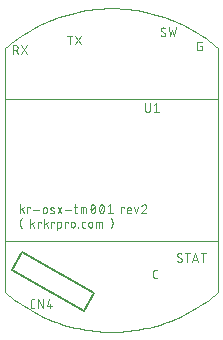
<source format=gto>
G75*
%MOIN*%
%OFA0B0*%
%FSLAX25Y25*%
%IPPOS*%
%LPD*%
%AMOC8*
5,1,8,0,0,1.08239X$1,22.5*
%
%ADD10C,0.00004*%
%ADD11C,0.00300*%
%ADD12C,0.00600*%
D10*
X0001002Y0014273D02*
X0001002Y0095604D01*
X0001002Y0078561D02*
X0071868Y0078561D01*
X0071868Y0095604D02*
X0071868Y0014273D01*
X0071868Y0031316D02*
X0001002Y0031316D01*
X0001002Y0095604D02*
X0002000Y0096453D01*
X0003019Y0097277D01*
X0004057Y0098076D01*
X0005115Y0098850D01*
X0006191Y0099598D01*
X0007285Y0100320D01*
X0008396Y0101014D01*
X0009524Y0101682D01*
X0010667Y0102322D01*
X0011826Y0102934D01*
X0012999Y0103518D01*
X0014186Y0104073D01*
X0015387Y0104599D01*
X0016599Y0105095D01*
X0017824Y0105562D01*
X0019059Y0106000D01*
X0020305Y0106407D01*
X0021560Y0106783D01*
X0022824Y0107129D01*
X0024096Y0107445D01*
X0025375Y0107729D01*
X0026661Y0107982D01*
X0027952Y0108204D01*
X0029249Y0108394D01*
X0030550Y0108553D01*
X0031854Y0108680D01*
X0033161Y0108776D01*
X0034470Y0108839D01*
X0035780Y0108871D01*
X0037090Y0108871D01*
X0038400Y0108839D01*
X0039709Y0108776D01*
X0041016Y0108680D01*
X0042320Y0108553D01*
X0043621Y0108394D01*
X0044918Y0108204D01*
X0046209Y0107982D01*
X0047495Y0107729D01*
X0048774Y0107445D01*
X0050046Y0107129D01*
X0051310Y0106783D01*
X0052565Y0106407D01*
X0053811Y0106000D01*
X0055046Y0105562D01*
X0056271Y0105095D01*
X0057483Y0104599D01*
X0058684Y0104073D01*
X0059871Y0103518D01*
X0061044Y0102934D01*
X0062203Y0102322D01*
X0063346Y0101682D01*
X0064474Y0101014D01*
X0065585Y0100320D01*
X0066679Y0099598D01*
X0067755Y0098850D01*
X0068813Y0098076D01*
X0069851Y0097277D01*
X0070870Y0096453D01*
X0071868Y0095604D01*
X0071868Y0014273D02*
X0070870Y0013424D01*
X0069851Y0012600D01*
X0068813Y0011801D01*
X0067755Y0011027D01*
X0066679Y0010279D01*
X0065585Y0009557D01*
X0064474Y0008863D01*
X0063346Y0008195D01*
X0062203Y0007555D01*
X0061044Y0006943D01*
X0059871Y0006359D01*
X0058684Y0005804D01*
X0057483Y0005278D01*
X0056271Y0004782D01*
X0055046Y0004315D01*
X0053811Y0003877D01*
X0052565Y0003470D01*
X0051310Y0003094D01*
X0050046Y0002748D01*
X0048774Y0002432D01*
X0047495Y0002148D01*
X0046209Y0001895D01*
X0044918Y0001673D01*
X0043621Y0001483D01*
X0042320Y0001324D01*
X0041016Y0001197D01*
X0039709Y0001101D01*
X0038400Y0001038D01*
X0037090Y0001006D01*
X0035780Y0001006D01*
X0034470Y0001038D01*
X0033161Y0001101D01*
X0031854Y0001197D01*
X0030550Y0001324D01*
X0029249Y0001483D01*
X0027952Y0001673D01*
X0026661Y0001895D01*
X0025375Y0002148D01*
X0024096Y0002432D01*
X0022824Y0002748D01*
X0021560Y0003094D01*
X0020305Y0003470D01*
X0019059Y0003877D01*
X0017824Y0004315D01*
X0016599Y0004782D01*
X0015387Y0005278D01*
X0014186Y0005804D01*
X0012999Y0006359D01*
X0011826Y0006943D01*
X0010667Y0007555D01*
X0009524Y0008195D01*
X0008396Y0008863D01*
X0007285Y0009557D01*
X0006191Y0010279D01*
X0005115Y0011027D01*
X0004057Y0011801D01*
X0003019Y0012600D01*
X0002000Y0013424D01*
X0001002Y0014273D01*
D11*
X0009420Y0011281D02*
X0009420Y0009670D01*
X0009422Y0009622D01*
X0009427Y0009574D01*
X0009436Y0009527D01*
X0009449Y0009480D01*
X0009465Y0009435D01*
X0009484Y0009391D01*
X0009506Y0009348D01*
X0009532Y0009307D01*
X0009561Y0009268D01*
X0009592Y0009232D01*
X0009626Y0009198D01*
X0009662Y0009167D01*
X0009701Y0009138D01*
X0009742Y0009112D01*
X0009785Y0009090D01*
X0009829Y0009071D01*
X0009874Y0009055D01*
X0009921Y0009042D01*
X0009968Y0009033D01*
X0010016Y0009028D01*
X0010064Y0009026D01*
X0010064Y0009025D02*
X0010709Y0009025D01*
X0011925Y0009025D02*
X0011925Y0011925D01*
X0013536Y0009025D01*
X0013536Y0011925D01*
X0015545Y0011925D02*
X0014901Y0009670D01*
X0016512Y0009670D01*
X0016029Y0010314D02*
X0016029Y0009025D01*
X0010709Y0011925D02*
X0010064Y0011925D01*
X0010013Y0011923D01*
X0009963Y0011917D01*
X0009914Y0011907D01*
X0009865Y0011893D01*
X0009818Y0011876D01*
X0009772Y0011855D01*
X0009728Y0011830D01*
X0009685Y0011802D01*
X0009646Y0011771D01*
X0009609Y0011736D01*
X0009574Y0011699D01*
X0009543Y0011660D01*
X0009515Y0011617D01*
X0009490Y0011573D01*
X0009469Y0011527D01*
X0009452Y0011480D01*
X0009438Y0011431D01*
X0009428Y0011382D01*
X0009422Y0011332D01*
X0009420Y0011281D01*
X0018330Y0034830D02*
X0018330Y0037730D01*
X0019136Y0037730D01*
X0019178Y0037728D01*
X0019220Y0037723D01*
X0019261Y0037714D01*
X0019301Y0037701D01*
X0019340Y0037685D01*
X0019378Y0037665D01*
X0019413Y0037643D01*
X0019446Y0037617D01*
X0019478Y0037589D01*
X0019506Y0037557D01*
X0019532Y0037524D01*
X0019554Y0037489D01*
X0019574Y0037451D01*
X0019590Y0037412D01*
X0019603Y0037372D01*
X0019612Y0037331D01*
X0019617Y0037289D01*
X0019619Y0037247D01*
X0019619Y0036280D01*
X0019617Y0036238D01*
X0019612Y0036196D01*
X0019603Y0036155D01*
X0019590Y0036115D01*
X0019574Y0036076D01*
X0019554Y0036039D01*
X0019532Y0036003D01*
X0019506Y0035970D01*
X0019478Y0035938D01*
X0019446Y0035910D01*
X0019413Y0035884D01*
X0019378Y0035862D01*
X0019340Y0035842D01*
X0019301Y0035826D01*
X0019261Y0035813D01*
X0019220Y0035804D01*
X0019178Y0035799D01*
X0019136Y0035797D01*
X0018330Y0035797D01*
X0017283Y0037408D02*
X0017283Y0037730D01*
X0016316Y0037730D01*
X0016316Y0035797D01*
X0015128Y0035797D02*
X0014403Y0037167D01*
X0013839Y0036764D02*
X0015128Y0037730D01*
X0013839Y0038697D02*
X0013839Y0035797D01*
X0012771Y0037408D02*
X0012771Y0037730D01*
X0011804Y0037730D01*
X0011804Y0035797D01*
X0010616Y0035797D02*
X0009891Y0037167D01*
X0009327Y0036764D02*
X0010616Y0037730D01*
X0009327Y0038697D02*
X0009327Y0035797D01*
X0006520Y0035475D02*
X0006457Y0035554D01*
X0006396Y0035635D01*
X0006338Y0035718D01*
X0006284Y0035803D01*
X0006232Y0035891D01*
X0006184Y0035980D01*
X0006139Y0036070D01*
X0006098Y0036163D01*
X0006060Y0036257D01*
X0006025Y0036352D01*
X0005994Y0036448D01*
X0005967Y0036546D01*
X0005943Y0036644D01*
X0005922Y0036743D01*
X0005906Y0036843D01*
X0005893Y0036944D01*
X0005883Y0037045D01*
X0005878Y0037146D01*
X0005876Y0037247D01*
X0005878Y0037348D01*
X0005883Y0037449D01*
X0005893Y0037550D01*
X0005906Y0037651D01*
X0005922Y0037751D01*
X0005943Y0037850D01*
X0005967Y0037948D01*
X0005994Y0038046D01*
X0006025Y0038142D01*
X0006060Y0038237D01*
X0006098Y0038331D01*
X0006139Y0038424D01*
X0006184Y0038514D01*
X0006232Y0038603D01*
X0006284Y0038691D01*
X0006338Y0038776D01*
X0006396Y0038859D01*
X0006457Y0038940D01*
X0006520Y0039019D01*
X0005876Y0040597D02*
X0005876Y0043497D01*
X0007165Y0042530D02*
X0005876Y0041564D01*
X0006440Y0041967D02*
X0007165Y0040597D01*
X0008353Y0040597D02*
X0008353Y0042530D01*
X0009320Y0042530D01*
X0009320Y0042208D01*
X0010317Y0041725D02*
X0012250Y0041725D01*
X0013519Y0041886D02*
X0013519Y0041242D01*
X0013520Y0041242D02*
X0013522Y0041193D01*
X0013528Y0041144D01*
X0013537Y0041095D01*
X0013550Y0041048D01*
X0013567Y0041001D01*
X0013587Y0040956D01*
X0013610Y0040913D01*
X0013637Y0040871D01*
X0013667Y0040832D01*
X0013700Y0040795D01*
X0013736Y0040761D01*
X0013774Y0040730D01*
X0013814Y0040701D01*
X0013856Y0040676D01*
X0013901Y0040654D01*
X0013946Y0040636D01*
X0013993Y0040621D01*
X0014041Y0040610D01*
X0014090Y0040602D01*
X0014139Y0040598D01*
X0014189Y0040598D01*
X0014238Y0040602D01*
X0014287Y0040610D01*
X0014335Y0040621D01*
X0014382Y0040636D01*
X0014427Y0040654D01*
X0014472Y0040676D01*
X0014514Y0040701D01*
X0014554Y0040730D01*
X0014592Y0040761D01*
X0014628Y0040795D01*
X0014661Y0040832D01*
X0014691Y0040871D01*
X0014718Y0040913D01*
X0014741Y0040956D01*
X0014761Y0041001D01*
X0014778Y0041048D01*
X0014791Y0041095D01*
X0014800Y0041144D01*
X0014806Y0041193D01*
X0014808Y0041242D01*
X0014808Y0041886D01*
X0014806Y0041935D01*
X0014800Y0041984D01*
X0014791Y0042033D01*
X0014778Y0042080D01*
X0014761Y0042127D01*
X0014741Y0042172D01*
X0014718Y0042215D01*
X0014691Y0042257D01*
X0014661Y0042296D01*
X0014628Y0042333D01*
X0014592Y0042367D01*
X0014554Y0042398D01*
X0014514Y0042427D01*
X0014472Y0042452D01*
X0014427Y0042474D01*
X0014382Y0042492D01*
X0014335Y0042507D01*
X0014287Y0042518D01*
X0014238Y0042526D01*
X0014189Y0042530D01*
X0014139Y0042530D01*
X0014090Y0042526D01*
X0014041Y0042518D01*
X0013993Y0042507D01*
X0013946Y0042492D01*
X0013901Y0042474D01*
X0013856Y0042452D01*
X0013814Y0042427D01*
X0013774Y0042398D01*
X0013736Y0042367D01*
X0013700Y0042333D01*
X0013667Y0042296D01*
X0013637Y0042257D01*
X0013610Y0042215D01*
X0013587Y0042172D01*
X0013567Y0042127D01*
X0013550Y0042080D01*
X0013537Y0042033D01*
X0013528Y0041984D01*
X0013522Y0041935D01*
X0013520Y0041886D01*
X0016257Y0041725D02*
X0017062Y0041403D01*
X0017099Y0041386D01*
X0017133Y0041366D01*
X0017166Y0041343D01*
X0017196Y0041317D01*
X0017224Y0041288D01*
X0017248Y0041257D01*
X0017270Y0041223D01*
X0017288Y0041187D01*
X0017303Y0041150D01*
X0017314Y0041112D01*
X0017321Y0041072D01*
X0017325Y0041032D01*
X0017324Y0040993D01*
X0017320Y0040953D01*
X0017312Y0040914D01*
X0017301Y0040875D01*
X0017286Y0040838D01*
X0017267Y0040803D01*
X0017245Y0040769D01*
X0017220Y0040738D01*
X0017192Y0040710D01*
X0017162Y0040684D01*
X0017129Y0040661D01*
X0017094Y0040641D01*
X0017058Y0040625D01*
X0017020Y0040612D01*
X0016981Y0040604D01*
X0016941Y0040598D01*
X0016901Y0040597D01*
X0017143Y0042370D02*
X0017067Y0042402D01*
X0016989Y0042431D01*
X0016910Y0042456D01*
X0016829Y0042478D01*
X0016748Y0042496D01*
X0016666Y0042510D01*
X0016584Y0042521D01*
X0016501Y0042528D01*
X0016418Y0042531D01*
X0016378Y0042530D01*
X0016338Y0042524D01*
X0016299Y0042516D01*
X0016261Y0042503D01*
X0016225Y0042487D01*
X0016190Y0042467D01*
X0016157Y0042444D01*
X0016127Y0042418D01*
X0016099Y0042390D01*
X0016074Y0042359D01*
X0016052Y0042325D01*
X0016033Y0042290D01*
X0016018Y0042253D01*
X0016007Y0042214D01*
X0015999Y0042175D01*
X0015995Y0042135D01*
X0015994Y0042096D01*
X0015998Y0042056D01*
X0016005Y0042016D01*
X0016016Y0041978D01*
X0016031Y0041941D01*
X0016049Y0041905D01*
X0016071Y0041871D01*
X0016095Y0041840D01*
X0016123Y0041811D01*
X0016153Y0041785D01*
X0016186Y0041762D01*
X0016220Y0041742D01*
X0016257Y0041725D01*
X0016015Y0040758D02*
X0016110Y0040726D01*
X0016206Y0040697D01*
X0016304Y0040672D01*
X0016402Y0040651D01*
X0016501Y0040633D01*
X0016600Y0040618D01*
X0016700Y0040608D01*
X0016801Y0040601D01*
X0016901Y0040597D01*
X0018415Y0040597D02*
X0019704Y0042530D01*
X0020877Y0041725D02*
X0022810Y0041725D01*
X0023831Y0042530D02*
X0024798Y0042530D01*
X0024153Y0043497D02*
X0024153Y0041080D01*
X0024154Y0041080D02*
X0024156Y0041038D01*
X0024161Y0040996D01*
X0024170Y0040955D01*
X0024183Y0040915D01*
X0024199Y0040876D01*
X0024219Y0040839D01*
X0024241Y0040803D01*
X0024267Y0040770D01*
X0024295Y0040738D01*
X0024327Y0040710D01*
X0024360Y0040684D01*
X0024396Y0040662D01*
X0024433Y0040642D01*
X0024472Y0040626D01*
X0024512Y0040613D01*
X0024553Y0040604D01*
X0024595Y0040599D01*
X0024637Y0040597D01*
X0024798Y0040597D01*
X0026061Y0040597D02*
X0026061Y0042530D01*
X0027511Y0042530D01*
X0027553Y0042528D01*
X0027595Y0042523D01*
X0027636Y0042514D01*
X0027676Y0042501D01*
X0027715Y0042485D01*
X0027753Y0042465D01*
X0027788Y0042443D01*
X0027821Y0042417D01*
X0027853Y0042389D01*
X0027881Y0042357D01*
X0027907Y0042324D01*
X0027929Y0042289D01*
X0027949Y0042251D01*
X0027965Y0042212D01*
X0027978Y0042172D01*
X0027987Y0042131D01*
X0027992Y0042089D01*
X0027994Y0042047D01*
X0027994Y0040597D01*
X0027028Y0040597D02*
X0027028Y0042530D01*
X0031001Y0042047D02*
X0030999Y0041957D01*
X0030994Y0041866D01*
X0030986Y0041777D01*
X0030974Y0041687D01*
X0030958Y0041598D01*
X0030940Y0041510D01*
X0030918Y0041422D01*
X0030893Y0041335D01*
X0030864Y0041250D01*
X0030832Y0041165D01*
X0030797Y0041082D01*
X0030759Y0041000D01*
X0030760Y0041000D02*
X0030743Y0040957D01*
X0030723Y0040915D01*
X0030700Y0040875D01*
X0030674Y0040837D01*
X0030645Y0040801D01*
X0030613Y0040767D01*
X0030579Y0040736D01*
X0030542Y0040708D01*
X0030504Y0040683D01*
X0030463Y0040660D01*
X0030421Y0040641D01*
X0030378Y0040625D01*
X0030333Y0040613D01*
X0030288Y0040604D01*
X0030242Y0040599D01*
X0030196Y0040597D01*
X0030150Y0040599D01*
X0030104Y0040604D01*
X0030059Y0040613D01*
X0030014Y0040625D01*
X0029971Y0040641D01*
X0029929Y0040660D01*
X0029888Y0040683D01*
X0029850Y0040708D01*
X0029813Y0040736D01*
X0029779Y0040767D01*
X0029747Y0040801D01*
X0029718Y0040837D01*
X0029692Y0040875D01*
X0029669Y0040915D01*
X0029649Y0040957D01*
X0029632Y0041000D01*
X0029551Y0041242D02*
X0030840Y0042853D01*
X0030760Y0043094D02*
X0030743Y0043137D01*
X0030723Y0043179D01*
X0030700Y0043219D01*
X0030674Y0043257D01*
X0030645Y0043293D01*
X0030613Y0043327D01*
X0030579Y0043358D01*
X0030542Y0043386D01*
X0030504Y0043411D01*
X0030463Y0043434D01*
X0030421Y0043453D01*
X0030378Y0043469D01*
X0030333Y0043481D01*
X0030288Y0043490D01*
X0030242Y0043495D01*
X0030196Y0043497D01*
X0030150Y0043495D01*
X0030104Y0043490D01*
X0030059Y0043481D01*
X0030014Y0043469D01*
X0029971Y0043453D01*
X0029929Y0043434D01*
X0029888Y0043411D01*
X0029850Y0043386D01*
X0029813Y0043358D01*
X0029779Y0043327D01*
X0029747Y0043293D01*
X0029718Y0043257D01*
X0029692Y0043219D01*
X0029669Y0043179D01*
X0029649Y0043137D01*
X0029632Y0043094D01*
X0030759Y0043094D02*
X0030797Y0043012D01*
X0030832Y0042929D01*
X0030864Y0042844D01*
X0030893Y0042759D01*
X0030918Y0042672D01*
X0030940Y0042584D01*
X0030958Y0042496D01*
X0030974Y0042407D01*
X0030986Y0042317D01*
X0030994Y0042228D01*
X0030999Y0042137D01*
X0031001Y0042047D01*
X0033639Y0041000D02*
X0033677Y0041082D01*
X0033712Y0041165D01*
X0033744Y0041250D01*
X0033773Y0041335D01*
X0033798Y0041422D01*
X0033820Y0041510D01*
X0033838Y0041598D01*
X0033854Y0041687D01*
X0033866Y0041777D01*
X0033874Y0041866D01*
X0033879Y0041957D01*
X0033881Y0042047D01*
X0032270Y0042047D02*
X0032272Y0042137D01*
X0032277Y0042228D01*
X0032285Y0042317D01*
X0032297Y0042407D01*
X0032313Y0042496D01*
X0032331Y0042584D01*
X0032353Y0042672D01*
X0032378Y0042759D01*
X0032407Y0042844D01*
X0032439Y0042929D01*
X0032474Y0043012D01*
X0032512Y0043094D01*
X0033076Y0043497D02*
X0033122Y0043495D01*
X0033168Y0043490D01*
X0033213Y0043481D01*
X0033258Y0043469D01*
X0033301Y0043453D01*
X0033343Y0043434D01*
X0033384Y0043411D01*
X0033422Y0043386D01*
X0033459Y0043358D01*
X0033493Y0043327D01*
X0033525Y0043293D01*
X0033554Y0043257D01*
X0033580Y0043219D01*
X0033603Y0043179D01*
X0033623Y0043137D01*
X0033640Y0043094D01*
X0033720Y0042853D02*
X0032431Y0041242D01*
X0033076Y0040597D02*
X0033122Y0040599D01*
X0033168Y0040604D01*
X0033213Y0040613D01*
X0033258Y0040625D01*
X0033301Y0040641D01*
X0033343Y0040660D01*
X0033384Y0040683D01*
X0033422Y0040708D01*
X0033459Y0040736D01*
X0033493Y0040767D01*
X0033525Y0040801D01*
X0033554Y0040837D01*
X0033580Y0040875D01*
X0033603Y0040915D01*
X0033623Y0040957D01*
X0033640Y0041000D01*
X0033076Y0040597D02*
X0033030Y0040599D01*
X0032984Y0040604D01*
X0032939Y0040613D01*
X0032894Y0040625D01*
X0032851Y0040641D01*
X0032809Y0040660D01*
X0032768Y0040683D01*
X0032730Y0040708D01*
X0032693Y0040736D01*
X0032659Y0040767D01*
X0032627Y0040801D01*
X0032598Y0040837D01*
X0032572Y0040875D01*
X0032549Y0040915D01*
X0032529Y0040957D01*
X0032512Y0041000D01*
X0029632Y0041000D02*
X0029594Y0041082D01*
X0029559Y0041165D01*
X0029527Y0041250D01*
X0029498Y0041335D01*
X0029473Y0041422D01*
X0029451Y0041510D01*
X0029433Y0041598D01*
X0029417Y0041687D01*
X0029405Y0041777D01*
X0029397Y0041866D01*
X0029392Y0041957D01*
X0029390Y0042047D01*
X0033639Y0043094D02*
X0033677Y0043012D01*
X0033712Y0042929D01*
X0033744Y0042844D01*
X0033773Y0042759D01*
X0033798Y0042672D01*
X0033820Y0042584D01*
X0033838Y0042496D01*
X0033854Y0042407D01*
X0033866Y0042317D01*
X0033874Y0042228D01*
X0033879Y0042137D01*
X0033881Y0042047D01*
X0032270Y0042047D02*
X0032272Y0041957D01*
X0032277Y0041866D01*
X0032285Y0041777D01*
X0032297Y0041687D01*
X0032313Y0041598D01*
X0032331Y0041510D01*
X0032353Y0041422D01*
X0032378Y0041335D01*
X0032407Y0041250D01*
X0032439Y0041165D01*
X0032474Y0041082D01*
X0032512Y0041000D01*
X0029390Y0042047D02*
X0029392Y0042137D01*
X0029397Y0042228D01*
X0029405Y0042317D01*
X0029417Y0042407D01*
X0029433Y0042496D01*
X0029451Y0042584D01*
X0029473Y0042672D01*
X0029498Y0042759D01*
X0029527Y0042844D01*
X0029559Y0042929D01*
X0029594Y0043012D01*
X0029632Y0043094D01*
X0032512Y0043094D02*
X0032529Y0043137D01*
X0032549Y0043179D01*
X0032572Y0043219D01*
X0032598Y0043257D01*
X0032627Y0043293D01*
X0032659Y0043327D01*
X0032693Y0043358D01*
X0032730Y0043386D01*
X0032768Y0043411D01*
X0032809Y0043434D01*
X0032851Y0043453D01*
X0032894Y0043469D01*
X0032939Y0043481D01*
X0032984Y0043490D01*
X0033030Y0043495D01*
X0033076Y0043497D01*
X0035150Y0042853D02*
X0035956Y0043497D01*
X0035956Y0040597D01*
X0036761Y0040597D02*
X0035150Y0040597D01*
X0036101Y0039019D02*
X0036164Y0038940D01*
X0036225Y0038859D01*
X0036283Y0038776D01*
X0036337Y0038691D01*
X0036389Y0038603D01*
X0036437Y0038514D01*
X0036482Y0038424D01*
X0036523Y0038331D01*
X0036561Y0038237D01*
X0036596Y0038142D01*
X0036627Y0038046D01*
X0036654Y0037948D01*
X0036678Y0037850D01*
X0036699Y0037751D01*
X0036715Y0037651D01*
X0036728Y0037550D01*
X0036738Y0037449D01*
X0036743Y0037348D01*
X0036745Y0037247D01*
X0036743Y0037146D01*
X0036738Y0037045D01*
X0036728Y0036944D01*
X0036715Y0036843D01*
X0036699Y0036743D01*
X0036678Y0036644D01*
X0036654Y0036546D01*
X0036627Y0036448D01*
X0036596Y0036352D01*
X0036561Y0036257D01*
X0036523Y0036163D01*
X0036482Y0036070D01*
X0036437Y0035980D01*
X0036389Y0035891D01*
X0036337Y0035803D01*
X0036283Y0035718D01*
X0036225Y0035635D01*
X0036164Y0035554D01*
X0036101Y0035475D01*
X0033269Y0035797D02*
X0033269Y0037247D01*
X0033267Y0037289D01*
X0033262Y0037331D01*
X0033253Y0037372D01*
X0033240Y0037412D01*
X0033224Y0037451D01*
X0033204Y0037489D01*
X0033182Y0037524D01*
X0033156Y0037557D01*
X0033128Y0037589D01*
X0033096Y0037617D01*
X0033063Y0037643D01*
X0033028Y0037665D01*
X0032990Y0037685D01*
X0032951Y0037701D01*
X0032911Y0037714D01*
X0032870Y0037723D01*
X0032828Y0037728D01*
X0032786Y0037730D01*
X0031336Y0037730D01*
X0031336Y0035797D01*
X0032302Y0035797D02*
X0032302Y0037730D01*
X0029971Y0037086D02*
X0029971Y0036442D01*
X0029970Y0036442D02*
X0029968Y0036393D01*
X0029962Y0036344D01*
X0029953Y0036295D01*
X0029940Y0036248D01*
X0029923Y0036201D01*
X0029903Y0036156D01*
X0029880Y0036113D01*
X0029853Y0036071D01*
X0029823Y0036032D01*
X0029790Y0035995D01*
X0029754Y0035961D01*
X0029716Y0035930D01*
X0029676Y0035901D01*
X0029634Y0035876D01*
X0029589Y0035854D01*
X0029544Y0035836D01*
X0029497Y0035821D01*
X0029449Y0035810D01*
X0029400Y0035802D01*
X0029351Y0035798D01*
X0029301Y0035798D01*
X0029252Y0035802D01*
X0029203Y0035810D01*
X0029155Y0035821D01*
X0029108Y0035836D01*
X0029063Y0035854D01*
X0029018Y0035876D01*
X0028976Y0035901D01*
X0028936Y0035930D01*
X0028898Y0035961D01*
X0028862Y0035995D01*
X0028829Y0036032D01*
X0028799Y0036071D01*
X0028772Y0036113D01*
X0028749Y0036156D01*
X0028729Y0036201D01*
X0028712Y0036248D01*
X0028699Y0036295D01*
X0028690Y0036344D01*
X0028684Y0036393D01*
X0028682Y0036442D01*
X0028682Y0037086D01*
X0028684Y0037135D01*
X0028690Y0037184D01*
X0028699Y0037233D01*
X0028712Y0037280D01*
X0028729Y0037327D01*
X0028749Y0037372D01*
X0028772Y0037415D01*
X0028799Y0037457D01*
X0028829Y0037496D01*
X0028862Y0037533D01*
X0028898Y0037567D01*
X0028936Y0037598D01*
X0028976Y0037627D01*
X0029018Y0037652D01*
X0029063Y0037674D01*
X0029108Y0037692D01*
X0029155Y0037707D01*
X0029203Y0037718D01*
X0029252Y0037726D01*
X0029301Y0037730D01*
X0029351Y0037730D01*
X0029400Y0037726D01*
X0029449Y0037718D01*
X0029497Y0037707D01*
X0029544Y0037692D01*
X0029589Y0037674D01*
X0029634Y0037652D01*
X0029676Y0037627D01*
X0029716Y0037598D01*
X0029754Y0037567D01*
X0029790Y0037533D01*
X0029823Y0037496D01*
X0029853Y0037457D01*
X0029880Y0037415D01*
X0029903Y0037372D01*
X0029923Y0037327D01*
X0029940Y0037280D01*
X0029953Y0037233D01*
X0029962Y0037184D01*
X0029968Y0037135D01*
X0029970Y0037086D01*
X0027605Y0037730D02*
X0026961Y0037730D01*
X0026919Y0037728D01*
X0026877Y0037723D01*
X0026836Y0037714D01*
X0026796Y0037701D01*
X0026757Y0037685D01*
X0026720Y0037665D01*
X0026684Y0037643D01*
X0026651Y0037617D01*
X0026619Y0037589D01*
X0026591Y0037557D01*
X0026565Y0037524D01*
X0026543Y0037489D01*
X0026523Y0037451D01*
X0026507Y0037412D01*
X0026494Y0037372D01*
X0026485Y0037331D01*
X0026480Y0037289D01*
X0026478Y0037247D01*
X0026478Y0036280D01*
X0026480Y0036238D01*
X0026485Y0036196D01*
X0026494Y0036155D01*
X0026507Y0036115D01*
X0026523Y0036076D01*
X0026543Y0036039D01*
X0026565Y0036003D01*
X0026591Y0035970D01*
X0026619Y0035938D01*
X0026651Y0035910D01*
X0026684Y0035884D01*
X0026720Y0035862D01*
X0026757Y0035842D01*
X0026796Y0035826D01*
X0026836Y0035813D01*
X0026877Y0035804D01*
X0026919Y0035799D01*
X0026961Y0035797D01*
X0027605Y0035797D01*
X0025375Y0035797D02*
X0025214Y0035797D01*
X0025214Y0035958D01*
X0025375Y0035958D01*
X0025375Y0035797D01*
X0024115Y0036442D02*
X0024115Y0037086D01*
X0024114Y0037086D02*
X0024112Y0037135D01*
X0024106Y0037184D01*
X0024097Y0037233D01*
X0024084Y0037280D01*
X0024067Y0037327D01*
X0024047Y0037372D01*
X0024024Y0037415D01*
X0023997Y0037457D01*
X0023967Y0037496D01*
X0023934Y0037533D01*
X0023898Y0037567D01*
X0023860Y0037598D01*
X0023820Y0037627D01*
X0023778Y0037652D01*
X0023733Y0037674D01*
X0023688Y0037692D01*
X0023641Y0037707D01*
X0023593Y0037718D01*
X0023544Y0037726D01*
X0023495Y0037730D01*
X0023445Y0037730D01*
X0023396Y0037726D01*
X0023347Y0037718D01*
X0023299Y0037707D01*
X0023252Y0037692D01*
X0023207Y0037674D01*
X0023162Y0037652D01*
X0023120Y0037627D01*
X0023080Y0037598D01*
X0023042Y0037567D01*
X0023006Y0037533D01*
X0022973Y0037496D01*
X0022943Y0037457D01*
X0022916Y0037415D01*
X0022893Y0037372D01*
X0022873Y0037327D01*
X0022856Y0037280D01*
X0022843Y0037233D01*
X0022834Y0037184D01*
X0022828Y0037135D01*
X0022826Y0037086D01*
X0022826Y0036442D01*
X0022828Y0036393D01*
X0022834Y0036344D01*
X0022843Y0036295D01*
X0022856Y0036248D01*
X0022873Y0036201D01*
X0022893Y0036156D01*
X0022916Y0036113D01*
X0022943Y0036071D01*
X0022973Y0036032D01*
X0023006Y0035995D01*
X0023042Y0035961D01*
X0023080Y0035930D01*
X0023120Y0035901D01*
X0023162Y0035876D01*
X0023207Y0035854D01*
X0023252Y0035836D01*
X0023299Y0035821D01*
X0023347Y0035810D01*
X0023396Y0035802D01*
X0023445Y0035798D01*
X0023495Y0035798D01*
X0023544Y0035802D01*
X0023593Y0035810D01*
X0023641Y0035821D01*
X0023688Y0035836D01*
X0023733Y0035854D01*
X0023778Y0035876D01*
X0023820Y0035901D01*
X0023860Y0035930D01*
X0023898Y0035961D01*
X0023934Y0035995D01*
X0023967Y0036032D01*
X0023997Y0036071D01*
X0024024Y0036113D01*
X0024047Y0036156D01*
X0024067Y0036201D01*
X0024084Y0036248D01*
X0024097Y0036295D01*
X0024106Y0036344D01*
X0024112Y0036393D01*
X0024114Y0036442D01*
X0021891Y0037408D02*
X0021891Y0037730D01*
X0020924Y0037730D01*
X0020924Y0035797D01*
X0019704Y0040597D02*
X0018415Y0042530D01*
X0039649Y0042530D02*
X0039649Y0040597D01*
X0040616Y0042208D02*
X0040616Y0042530D01*
X0039649Y0042530D01*
X0041551Y0041886D02*
X0041551Y0041080D01*
X0041552Y0041080D02*
X0041554Y0041038D01*
X0041559Y0040996D01*
X0041568Y0040955D01*
X0041581Y0040915D01*
X0041597Y0040876D01*
X0041617Y0040839D01*
X0041639Y0040803D01*
X0041665Y0040770D01*
X0041693Y0040738D01*
X0041725Y0040710D01*
X0041758Y0040684D01*
X0041794Y0040662D01*
X0041831Y0040642D01*
X0041870Y0040626D01*
X0041910Y0040613D01*
X0041951Y0040604D01*
X0041993Y0040599D01*
X0042035Y0040597D01*
X0042840Y0040597D01*
X0042840Y0041564D02*
X0041551Y0041564D01*
X0041552Y0041886D02*
X0041554Y0041935D01*
X0041560Y0041984D01*
X0041569Y0042033D01*
X0041582Y0042080D01*
X0041599Y0042127D01*
X0041619Y0042172D01*
X0041642Y0042215D01*
X0041669Y0042257D01*
X0041699Y0042296D01*
X0041732Y0042333D01*
X0041768Y0042367D01*
X0041806Y0042398D01*
X0041846Y0042427D01*
X0041888Y0042452D01*
X0041933Y0042474D01*
X0041978Y0042492D01*
X0042025Y0042507D01*
X0042073Y0042518D01*
X0042122Y0042526D01*
X0042171Y0042530D01*
X0042221Y0042530D01*
X0042270Y0042526D01*
X0042319Y0042518D01*
X0042367Y0042507D01*
X0042414Y0042492D01*
X0042459Y0042474D01*
X0042504Y0042452D01*
X0042546Y0042427D01*
X0042586Y0042398D01*
X0042624Y0042367D01*
X0042660Y0042333D01*
X0042693Y0042296D01*
X0042723Y0042257D01*
X0042750Y0042215D01*
X0042773Y0042172D01*
X0042793Y0042127D01*
X0042810Y0042080D01*
X0042823Y0042033D01*
X0042832Y0041984D01*
X0042838Y0041935D01*
X0042840Y0041886D01*
X0042840Y0041564D01*
X0043951Y0042530D02*
X0044596Y0040597D01*
X0045240Y0042530D01*
X0047751Y0042208D02*
X0047788Y0042245D01*
X0047822Y0042285D01*
X0047854Y0042327D01*
X0047882Y0042372D01*
X0047908Y0042418D01*
X0047930Y0042465D01*
X0047949Y0042514D01*
X0047965Y0042564D01*
X0047977Y0042615D01*
X0047986Y0042667D01*
X0047991Y0042719D01*
X0047993Y0042772D01*
X0047752Y0042208D02*
X0046382Y0040597D01*
X0047993Y0040597D01*
X0046382Y0042853D02*
X0046402Y0042908D01*
X0046425Y0042962D01*
X0046452Y0043014D01*
X0046482Y0043064D01*
X0046514Y0043113D01*
X0046550Y0043159D01*
X0046589Y0043203D01*
X0046630Y0043244D01*
X0046674Y0043283D01*
X0046720Y0043319D01*
X0046769Y0043352D01*
X0046819Y0043382D01*
X0046871Y0043408D01*
X0046925Y0043432D01*
X0046980Y0043451D01*
X0047036Y0043468D01*
X0047093Y0043480D01*
X0047151Y0043490D01*
X0047209Y0043495D01*
X0047268Y0043497D01*
X0047320Y0043495D01*
X0047371Y0043490D01*
X0047422Y0043480D01*
X0047472Y0043468D01*
X0047521Y0043451D01*
X0047569Y0043431D01*
X0047615Y0043408D01*
X0047660Y0043382D01*
X0047702Y0043352D01*
X0047743Y0043320D01*
X0047781Y0043285D01*
X0047816Y0043247D01*
X0047848Y0043206D01*
X0047878Y0043164D01*
X0047904Y0043119D01*
X0047927Y0043073D01*
X0047947Y0043025D01*
X0047964Y0042976D01*
X0047976Y0042926D01*
X0047986Y0042875D01*
X0047991Y0042824D01*
X0047993Y0042772D01*
X0058964Y0027279D02*
X0058916Y0027277D01*
X0058868Y0027272D01*
X0058821Y0027263D01*
X0058774Y0027250D01*
X0058729Y0027234D01*
X0058685Y0027215D01*
X0058642Y0027193D01*
X0058601Y0027167D01*
X0058562Y0027139D01*
X0058526Y0027107D01*
X0058492Y0027073D01*
X0058461Y0027037D01*
X0058432Y0026998D01*
X0058406Y0026957D01*
X0058384Y0026914D01*
X0058365Y0026870D01*
X0058349Y0026825D01*
X0058336Y0026778D01*
X0058327Y0026731D01*
X0058322Y0026683D01*
X0058320Y0026635D01*
X0058641Y0026071D02*
X0059527Y0025588D01*
X0059205Y0024380D02*
X0059133Y0024382D01*
X0059062Y0024388D01*
X0058991Y0024397D01*
X0058921Y0024410D01*
X0058851Y0024427D01*
X0058782Y0024447D01*
X0058715Y0024471D01*
X0058649Y0024499D01*
X0058584Y0024530D01*
X0058521Y0024564D01*
X0058460Y0024602D01*
X0058401Y0024643D01*
X0058345Y0024686D01*
X0058290Y0024733D01*
X0058239Y0024783D01*
X0058964Y0027279D02*
X0059029Y0027277D01*
X0059093Y0027272D01*
X0059158Y0027263D01*
X0059221Y0027251D01*
X0059284Y0027236D01*
X0059346Y0027217D01*
X0059407Y0027195D01*
X0059466Y0027170D01*
X0059525Y0027141D01*
X0059581Y0027109D01*
X0059636Y0027075D01*
X0059689Y0027037D01*
X0058641Y0026071D02*
X0058601Y0026097D01*
X0058562Y0026126D01*
X0058525Y0026158D01*
X0058491Y0026193D01*
X0058460Y0026230D01*
X0058431Y0026269D01*
X0058405Y0026310D01*
X0058383Y0026353D01*
X0058364Y0026398D01*
X0058348Y0026444D01*
X0058335Y0026490D01*
X0058326Y0026538D01*
X0058321Y0026586D01*
X0058319Y0026635D01*
X0059528Y0025588D02*
X0059568Y0025562D01*
X0059607Y0025533D01*
X0059644Y0025501D01*
X0059678Y0025466D01*
X0059709Y0025429D01*
X0059738Y0025390D01*
X0059764Y0025349D01*
X0059786Y0025306D01*
X0059805Y0025261D01*
X0059821Y0025215D01*
X0059834Y0025169D01*
X0059843Y0025121D01*
X0059848Y0025073D01*
X0059850Y0025024D01*
X0059849Y0025024D02*
X0059847Y0024976D01*
X0059842Y0024928D01*
X0059833Y0024881D01*
X0059820Y0024834D01*
X0059804Y0024789D01*
X0059785Y0024745D01*
X0059763Y0024702D01*
X0059737Y0024661D01*
X0059708Y0024622D01*
X0059677Y0024586D01*
X0059643Y0024552D01*
X0059607Y0024521D01*
X0059568Y0024492D01*
X0059527Y0024466D01*
X0059484Y0024444D01*
X0059440Y0024425D01*
X0059395Y0024409D01*
X0059348Y0024396D01*
X0059301Y0024387D01*
X0059253Y0024382D01*
X0059205Y0024380D01*
X0060831Y0027280D02*
X0062442Y0027280D01*
X0061636Y0027280D02*
X0061636Y0024380D01*
X0063357Y0024380D02*
X0064324Y0027280D01*
X0065291Y0024380D01*
X0065049Y0025105D02*
X0063599Y0025105D01*
X0066207Y0027280D02*
X0067818Y0027280D01*
X0067012Y0027280D02*
X0067012Y0024380D01*
X0051653Y0021768D02*
X0051009Y0021768D01*
X0050958Y0021766D01*
X0050908Y0021760D01*
X0050859Y0021750D01*
X0050810Y0021736D01*
X0050763Y0021719D01*
X0050717Y0021698D01*
X0050673Y0021673D01*
X0050630Y0021645D01*
X0050591Y0021614D01*
X0050554Y0021579D01*
X0050519Y0021542D01*
X0050488Y0021503D01*
X0050460Y0021460D01*
X0050435Y0021416D01*
X0050414Y0021370D01*
X0050397Y0021323D01*
X0050383Y0021274D01*
X0050373Y0021225D01*
X0050367Y0021175D01*
X0050365Y0021124D01*
X0050365Y0019512D01*
X0050367Y0019464D01*
X0050372Y0019416D01*
X0050381Y0019369D01*
X0050394Y0019322D01*
X0050410Y0019277D01*
X0050429Y0019233D01*
X0050451Y0019190D01*
X0050477Y0019149D01*
X0050506Y0019110D01*
X0050537Y0019074D01*
X0050571Y0019040D01*
X0050607Y0019009D01*
X0050646Y0018980D01*
X0050687Y0018954D01*
X0050730Y0018932D01*
X0050774Y0018913D01*
X0050819Y0018897D01*
X0050866Y0018884D01*
X0050913Y0018875D01*
X0050961Y0018870D01*
X0051009Y0018868D01*
X0051653Y0018868D01*
X0051390Y0074380D02*
X0051390Y0077280D01*
X0050585Y0076635D01*
X0049220Y0077280D02*
X0049220Y0075185D01*
X0049218Y0075130D01*
X0049212Y0075075D01*
X0049203Y0075021D01*
X0049190Y0074968D01*
X0049173Y0074915D01*
X0049153Y0074864D01*
X0049130Y0074814D01*
X0049103Y0074766D01*
X0049072Y0074720D01*
X0049039Y0074676D01*
X0049003Y0074635D01*
X0048964Y0074596D01*
X0048923Y0074560D01*
X0048879Y0074527D01*
X0048833Y0074496D01*
X0048785Y0074469D01*
X0048735Y0074446D01*
X0048684Y0074426D01*
X0048631Y0074409D01*
X0048578Y0074396D01*
X0048524Y0074387D01*
X0048469Y0074381D01*
X0048414Y0074379D01*
X0048359Y0074381D01*
X0048304Y0074387D01*
X0048250Y0074396D01*
X0048197Y0074409D01*
X0048144Y0074426D01*
X0048093Y0074446D01*
X0048043Y0074469D01*
X0047995Y0074496D01*
X0047949Y0074527D01*
X0047905Y0074560D01*
X0047864Y0074596D01*
X0047825Y0074635D01*
X0047789Y0074676D01*
X0047756Y0074720D01*
X0047725Y0074766D01*
X0047698Y0074814D01*
X0047675Y0074864D01*
X0047655Y0074915D01*
X0047638Y0074968D01*
X0047625Y0075021D01*
X0047616Y0075075D01*
X0047610Y0075130D01*
X0047608Y0075185D01*
X0047609Y0075185D02*
X0047609Y0077280D01*
X0050585Y0074380D02*
X0052196Y0074380D01*
X0065576Y0094852D02*
X0066543Y0094852D01*
X0066543Y0096463D01*
X0066059Y0096463D01*
X0064932Y0097108D02*
X0064934Y0097159D01*
X0064940Y0097209D01*
X0064950Y0097258D01*
X0064964Y0097307D01*
X0064981Y0097354D01*
X0065002Y0097400D01*
X0065027Y0097444D01*
X0065055Y0097487D01*
X0065086Y0097526D01*
X0065121Y0097563D01*
X0065158Y0097598D01*
X0065197Y0097629D01*
X0065240Y0097657D01*
X0065284Y0097682D01*
X0065330Y0097703D01*
X0065377Y0097720D01*
X0065426Y0097734D01*
X0065475Y0097744D01*
X0065525Y0097750D01*
X0065576Y0097752D01*
X0066543Y0097752D01*
X0064931Y0097108D02*
X0064931Y0095497D01*
X0064932Y0095497D02*
X0064934Y0095449D01*
X0064939Y0095401D01*
X0064948Y0095354D01*
X0064961Y0095307D01*
X0064977Y0095262D01*
X0064996Y0095218D01*
X0065018Y0095175D01*
X0065044Y0095134D01*
X0065073Y0095095D01*
X0065104Y0095059D01*
X0065138Y0095025D01*
X0065174Y0094994D01*
X0065213Y0094965D01*
X0065254Y0094939D01*
X0065297Y0094917D01*
X0065341Y0094898D01*
X0065386Y0094882D01*
X0065433Y0094869D01*
X0065480Y0094860D01*
X0065528Y0094855D01*
X0065576Y0094853D01*
X0057345Y0099577D02*
X0057989Y0102477D01*
X0056700Y0101510D02*
X0057345Y0099577D01*
X0056056Y0099577D02*
X0056700Y0101510D01*
X0055411Y0102477D02*
X0056056Y0099577D01*
X0054016Y0100785D02*
X0053130Y0101268D01*
X0053452Y0102476D02*
X0053517Y0102474D01*
X0053581Y0102469D01*
X0053646Y0102460D01*
X0053709Y0102448D01*
X0053772Y0102433D01*
X0053834Y0102414D01*
X0053895Y0102392D01*
X0053954Y0102367D01*
X0054013Y0102338D01*
X0054069Y0102306D01*
X0054124Y0102272D01*
X0054177Y0102234D01*
X0053129Y0101268D02*
X0053089Y0101294D01*
X0053050Y0101323D01*
X0053013Y0101355D01*
X0052979Y0101390D01*
X0052948Y0101427D01*
X0052919Y0101466D01*
X0052893Y0101507D01*
X0052871Y0101550D01*
X0052852Y0101595D01*
X0052836Y0101641D01*
X0052823Y0101687D01*
X0052814Y0101735D01*
X0052809Y0101783D01*
X0052807Y0101832D01*
X0052808Y0101832D02*
X0052810Y0101880D01*
X0052815Y0101928D01*
X0052824Y0101975D01*
X0052837Y0102022D01*
X0052853Y0102067D01*
X0052872Y0102111D01*
X0052894Y0102154D01*
X0052920Y0102195D01*
X0052949Y0102234D01*
X0052980Y0102270D01*
X0053014Y0102304D01*
X0053050Y0102336D01*
X0053089Y0102364D01*
X0053130Y0102390D01*
X0053173Y0102412D01*
X0053217Y0102431D01*
X0053262Y0102447D01*
X0053309Y0102460D01*
X0053356Y0102469D01*
X0053404Y0102474D01*
X0053452Y0102476D01*
X0052727Y0099980D02*
X0052778Y0099930D01*
X0052833Y0099883D01*
X0052889Y0099840D01*
X0052948Y0099799D01*
X0053009Y0099761D01*
X0053072Y0099727D01*
X0053137Y0099696D01*
X0053203Y0099668D01*
X0053270Y0099644D01*
X0053339Y0099624D01*
X0053409Y0099607D01*
X0053479Y0099594D01*
X0053550Y0099585D01*
X0053621Y0099579D01*
X0053693Y0099577D01*
X0053741Y0099579D01*
X0053789Y0099584D01*
X0053836Y0099593D01*
X0053883Y0099606D01*
X0053928Y0099622D01*
X0053972Y0099641D01*
X0054015Y0099663D01*
X0054056Y0099689D01*
X0054095Y0099718D01*
X0054131Y0099749D01*
X0054165Y0099783D01*
X0054196Y0099819D01*
X0054225Y0099858D01*
X0054251Y0099899D01*
X0054273Y0099942D01*
X0054292Y0099986D01*
X0054308Y0100031D01*
X0054321Y0100078D01*
X0054330Y0100125D01*
X0054335Y0100173D01*
X0054337Y0100221D01*
X0054338Y0100221D02*
X0054336Y0100270D01*
X0054331Y0100318D01*
X0054322Y0100366D01*
X0054309Y0100412D01*
X0054293Y0100458D01*
X0054274Y0100503D01*
X0054252Y0100546D01*
X0054226Y0100587D01*
X0054197Y0100626D01*
X0054166Y0100663D01*
X0054132Y0100698D01*
X0054095Y0100730D01*
X0054056Y0100759D01*
X0054016Y0100785D01*
X0026085Y0099721D02*
X0024151Y0096821D01*
X0026085Y0096821D02*
X0024151Y0099721D01*
X0023236Y0099721D02*
X0021624Y0099721D01*
X0022430Y0099721D02*
X0022430Y0096821D01*
X0008146Y0096571D02*
X0006213Y0093671D01*
X0005125Y0093671D02*
X0004481Y0094960D01*
X0004320Y0094960D02*
X0003514Y0094960D01*
X0004320Y0094960D02*
X0004375Y0094962D01*
X0004430Y0094968D01*
X0004484Y0094977D01*
X0004537Y0094990D01*
X0004590Y0095007D01*
X0004641Y0095027D01*
X0004691Y0095050D01*
X0004739Y0095077D01*
X0004785Y0095108D01*
X0004829Y0095141D01*
X0004870Y0095177D01*
X0004909Y0095216D01*
X0004945Y0095257D01*
X0004978Y0095301D01*
X0005009Y0095347D01*
X0005036Y0095395D01*
X0005059Y0095445D01*
X0005079Y0095496D01*
X0005096Y0095549D01*
X0005109Y0095602D01*
X0005118Y0095656D01*
X0005124Y0095711D01*
X0005126Y0095766D01*
X0005124Y0095821D01*
X0005118Y0095876D01*
X0005109Y0095930D01*
X0005096Y0095983D01*
X0005079Y0096036D01*
X0005059Y0096087D01*
X0005036Y0096137D01*
X0005009Y0096185D01*
X0004978Y0096231D01*
X0004945Y0096275D01*
X0004909Y0096316D01*
X0004870Y0096355D01*
X0004829Y0096391D01*
X0004785Y0096424D01*
X0004739Y0096455D01*
X0004691Y0096482D01*
X0004641Y0096505D01*
X0004590Y0096525D01*
X0004537Y0096542D01*
X0004484Y0096555D01*
X0004430Y0096564D01*
X0004375Y0096570D01*
X0004320Y0096572D01*
X0004320Y0096571D02*
X0003514Y0096571D01*
X0003514Y0093671D01*
X0006213Y0096571D02*
X0008146Y0093671D01*
D12*
X0006675Y0027681D02*
X0030542Y0013901D01*
X0027097Y0007935D01*
X0003230Y0021714D01*
X0006675Y0027681D01*
M02*

</source>
